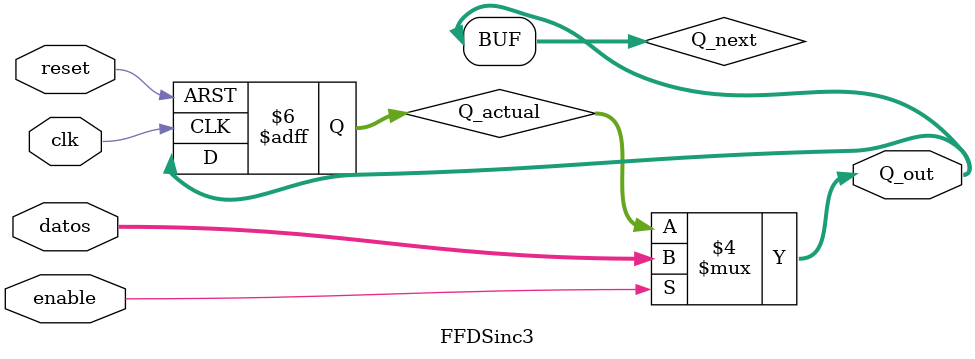
<source format=v>
`timescale 1ns / 1ps
module FFDSinc3(input wire clk,reset,
input wire [2:0] datos,
input wire enable,
output wire [2:0] Q_out

 );
 
 reg [2:0] Q_actual,Q_next;
 
always@(posedge clk , posedge reset)

if(reset)
	begin
	Q_actual <=3'b0;

	end

else

	begin

	Q_actual<= Q_next;
	
	end

always @*

	if(enable)

		Q_next=datos;

	else

		Q_next = Q_actual;


assign Q_out = Q_next;

endmodule



</source>
